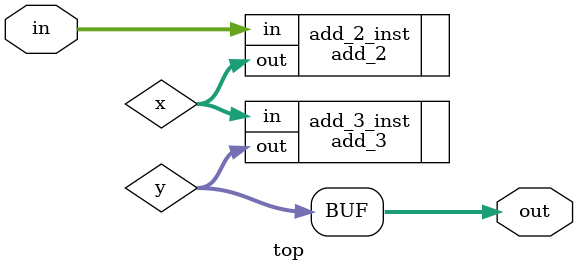
<source format=v>
`include "add_2.v"

module top (in, out);

    input  wire [7:0] in;
    output wire [7:0] out;

    wire [7:0] x;
    add_2 add_2_inst (
        .in  (in),
        .out (x)
    );

    wire [7:0] y;
    add_3 add_3_inst (
        .in  (x),
        .out (y)
    );

    assign out = y;

endmodule


</source>
